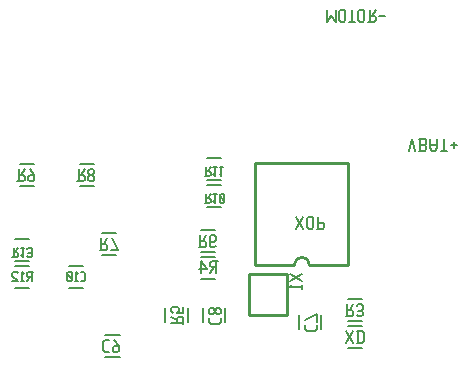
<source format=gbo>
G04 start of page 8 for group -4078 idx -4078 *
G04 Title: Motor regeling, bottomsilk *
G04 Creator: pcb 20140316 *
G04 CreationDate: Sun 28 Feb 2016 01:10:26 PM GMT UTC *
G04 For: thba *
G04 Format: Gerber/RS-274X *
G04 PCB-Dimensions (mil): 1970.00 1970.00 *
G04 PCB-Coordinate-Origin: lower left *
%MOIN*%
%FSLAX25Y25*%
%LNBOTTOMSILK*%
%ADD77C,0.0100*%
%ADD76C,0.0080*%
G54D76*X145000Y70000D02*X146000Y74000D01*
X147000Y70000D01*
X148200Y74000D02*X150200D01*
X150700Y73500D01*
Y72300D02*Y73500D01*
X150200Y71800D02*X150700Y72300D01*
X148700Y71800D02*X150200D01*
X148700Y70000D02*Y74000D01*
X148200Y70000D02*X150200D01*
X150700Y70500D01*
Y71300D01*
X150200Y71800D02*X150700Y71300D01*
X151900Y71000D02*Y74000D01*
Y71000D02*X152600Y70000D01*
X153700D01*
X154400Y71000D01*
Y74000D01*
X151900Y72000D02*X154400D01*
X155600Y70000D02*X157600D01*
X156600D02*Y74000D01*
X158800Y72000D02*X160800D01*
X159800Y71000D02*Y73000D01*
X117500Y113000D02*Y117000D01*
Y113000D02*X119000Y115000D01*
X120500Y113000D01*
Y117000D01*
X121700Y113500D02*Y116500D01*
Y113500D02*X122200Y113000D01*
X123200D01*
X123700Y113500D01*
Y116500D01*
X123200Y117000D02*X123700Y116500D01*
X122200Y117000D02*X123200D01*
X121700Y116500D02*X122200Y117000D01*
X124900Y113000D02*X126900D01*
X125900D02*Y117000D01*
X128100Y113500D02*Y116500D01*
Y113500D02*X128600Y113000D01*
X129600D01*
X130100Y113500D01*
Y116500D01*
X129600Y117000D02*X130100Y116500D01*
X128600Y117000D02*X129600D01*
X128100Y116500D02*X128600Y117000D01*
X131300Y113000D02*X133300D01*
X133800Y113500D01*
Y114500D01*
X133300Y115000D02*X133800Y114500D01*
X131800Y115000D02*X133300D01*
X131800Y113000D02*Y117000D01*
X132600Y115000D02*X133800Y117000D01*
X135000Y115000D02*X137000D01*
G54D77*X104300Y29095D02*Y15195D01*
X91500D02*X104300D01*
X91500Y29095D02*Y15195D01*
Y29095D02*X104300D01*
G54D76*X124638Y13260D02*X129362D01*
X124638Y20740D02*X129362D01*
G54D77*X93750Y32000D02*Y66000D01*
X124750D01*
Y32000D01*
X93750D02*X106750D01*
X124750D02*X111750D01*
G75*G03X106750Y32000I-2500J0D01*G01*
G54D76*X124638Y4260D02*X129362D01*
X124638Y11740D02*X129362D01*
X115740Y15362D02*Y10638D01*
X108260Y15362D02*Y10638D01*
X71240Y17767D02*Y13043D01*
X63760Y17767D02*Y13043D01*
X83740Y17767D02*Y13043D01*
X76260Y17767D02*Y13043D01*
X13638Y31740D02*X18362D01*
X13638Y24260D02*X18362D01*
X31638Y31740D02*X36362D01*
X31638Y24260D02*X36362D01*
X43733Y1260D02*X48457D01*
X43733Y8740D02*X48457D01*
X77638Y60260D02*X82362D01*
X77638Y67740D02*X82362D01*
X42638Y35260D02*X47362D01*
X42638Y42740D02*X47362D01*
X15138Y58260D02*X19862D01*
X15138Y65740D02*X19862D01*
X35138Y58260D02*X39862D01*
X35138Y65740D02*X39862D01*
X75638Y36260D02*X80362D01*
X75638Y43740D02*X80362D01*
X13543Y33260D02*X18267D01*
X13543Y40740D02*X18267D01*
X75638Y34740D02*X80362D01*
X75638Y27260D02*X80362D01*
X77638Y51260D02*X82362D01*
X77638Y58740D02*X82362D01*
X109300Y29095D02*X105300Y26595D01*
Y29095D02*X109300Y26595D01*
X106100Y25395D02*X105300Y24595D01*
X109300D01*
Y23895D02*Y25395D01*
X123850Y14850D02*X125850D01*
X126350Y15350D01*
Y16350D01*
X125850Y16850D02*X126350Y16350D01*
X124350Y16850D02*X125850D01*
X124350Y14850D02*Y18850D01*
X125150Y16850D02*X126350Y18850D01*
X127550Y15350D02*X128050Y14850D01*
X129050D01*
X129550Y15350D01*
X129050Y18850D02*X129550Y18350D01*
X128050Y18850D02*X129050D01*
X127550Y18350D02*X128050Y18850D01*
Y16650D02*X129050D01*
X129550Y15350D02*Y16150D01*
Y17150D02*Y18350D01*
Y17150D02*X129050Y16650D01*
X129550Y16150D02*X129050Y16650D01*
X123850Y9850D02*X126350Y5850D01*
X123850D02*X126350Y9850D01*
X128050Y5850D02*Y9850D01*
X129350Y5850D02*X130050Y6550D01*
Y9150D01*
X129350Y9850D02*X130050Y9150D01*
X127550Y9850D02*X129350D01*
X127550Y5850D02*X129350D01*
X110150Y10550D02*Y11850D01*
X110850Y9850D02*X110150Y10550D01*
X110850Y9850D02*X113450D01*
X114150Y10550D01*
Y11850D01*
X110150Y13550D02*X114150Y15550D01*
Y13050D02*Y15550D01*
X107250Y48000D02*X109750Y44000D01*
X107250D02*X109750Y48000D01*
X110950Y44500D02*Y47500D01*
Y44500D02*X111450Y44000D01*
X112450D01*
X112950Y44500D01*
Y47500D01*
X112450Y48000D02*X112950Y47500D01*
X111450Y48000D02*X112450D01*
X110950Y47500D02*X111450Y48000D01*
X114650Y44000D02*Y48000D01*
X114150Y44000D02*X116150D01*
X116650Y44500D01*
Y45500D01*
X116150Y46000D02*X116650Y45500D01*
X114650Y46000D02*X116150D01*
X69650Y12255D02*Y14255D01*
X69150Y14755D01*
X68150D02*X69150D01*
X67650Y14255D02*X68150Y14755D01*
X67650Y12755D02*Y14255D01*
X65650Y12755D02*X69650D01*
X67650Y13555D02*X65650Y14755D01*
X69650Y15955D02*Y17955D01*
X67650Y15955D02*X69650D01*
X67650D02*X68150Y16455D01*
Y17455D01*
X67650Y17955D01*
X66150D02*X67650D01*
X65650Y17455D02*X66150Y17955D01*
X65650Y16455D02*Y17455D01*
X66150Y15955D02*X65650Y16455D01*
X78150Y12955D02*Y14255D01*
X78850Y12255D02*X78150Y12955D01*
X78850Y12255D02*X81450D01*
X82150Y12955D01*
Y14255D01*
X78650Y15455D02*X78150Y15955D01*
X78650Y15455D02*X79450D01*
X80150Y16155D01*
Y16755D01*
X79450Y17455D01*
X78650D02*X79450D01*
X78150Y16955D02*X78650Y17455D01*
X78150Y15955D02*Y16955D01*
X80850Y15455D02*X80150Y16155D01*
X80850Y15455D02*X81650D01*
X82150Y15955D01*
Y16955D01*
X81650Y17455D01*
X80850D02*X81650D01*
X80150Y16755D02*X80850Y17455D01*
X41850Y36850D02*X43850D01*
X44350Y37350D01*
Y38350D01*
X43850Y38850D02*X44350Y38350D01*
X42350Y38850D02*X43850D01*
X42350Y36850D02*Y40850D01*
X43150Y38850D02*X44350Y40850D01*
X46050D02*X48050Y36850D01*
X45550D02*X48050D01*
X79150Y33150D02*X81150D01*
X79150D02*X78650Y32650D01*
Y31650D02*Y32650D01*
X79150Y31150D02*X78650Y31650D01*
X79150Y31150D02*X80650D01*
Y29150D02*Y33150D01*
X79850Y31150D02*X78650Y29150D01*
X77450Y30650D02*X75450Y33150D01*
X74950Y30650D02*X77450D01*
X75450Y29150D02*Y33150D01*
X43645Y6850D02*X44945D01*
X42945Y6150D02*X43645Y6850D01*
X42945Y3550D02*Y6150D01*
Y3550D02*X43645Y2850D01*
X44945D01*
X46645Y6850D02*X48145Y4850D01*
Y3350D02*Y4850D01*
X47645Y2850D02*X48145Y3350D01*
X46645Y2850D02*X47645D01*
X46145Y3350D02*X46645Y2850D01*
X46145Y3350D02*Y4350D01*
X46645Y4850D01*
X48145D01*
X14350Y59850D02*X16350D01*
X16850Y60350D01*
Y61350D01*
X16350Y61850D02*X16850Y61350D01*
X14850Y61850D02*X16350D01*
X14850Y59850D02*Y63850D01*
X15650Y61850D02*X16850Y63850D01*
X18550D02*X20050Y61850D01*
Y60350D02*Y61850D01*
X19550Y59850D02*X20050Y60350D01*
X18550Y59850D02*X19550D01*
X18050Y60350D02*X18550Y59850D01*
X18050Y60350D02*Y61350D01*
X18550Y61850D01*
X20050D01*
X34350Y59850D02*X36350D01*
X36850Y60350D01*
Y61350D01*
X36350Y61850D02*X36850Y61350D01*
X34850Y61850D02*X36350D01*
X34850Y59850D02*Y63850D01*
X35650Y61850D02*X36850Y63850D01*
X38050Y63350D02*X38550Y63850D01*
X38050Y62550D02*Y63350D01*
Y62550D02*X38750Y61850D01*
X39350D01*
X40050Y62550D01*
Y63350D01*
X39550Y63850D02*X40050Y63350D01*
X38550Y63850D02*X39550D01*
X38050Y61150D02*X38750Y61850D01*
X38050Y60350D02*Y61150D01*
Y60350D02*X38550Y59850D01*
X39550D01*
X40050Y60350D01*
Y61150D01*
X39350Y61850D02*X40050Y61150D01*
X76850Y61620D02*X78390D01*
X78775Y62005D01*
Y62775D01*
X78390Y63160D02*X78775Y62775D01*
X77235Y63160D02*X78390D01*
X77235Y61620D02*Y64700D01*
X77851Y63160D02*X78775Y64700D01*
X79699Y62236D02*X80315Y61620D01*
Y64700D01*
X79699D02*X80854D01*
X81778Y62236D02*X82394Y61620D01*
Y64700D01*
X81778D02*X82933D01*
X17976Y29525D02*X19496D01*
X17976D02*X17596Y29145D01*
Y28385D02*Y29145D01*
X17976Y28005D02*X17596Y28385D01*
X17976Y28005D02*X19116D01*
Y26485D02*Y29525D01*
X18508Y28005D02*X17596Y26485D01*
X16684Y28917D02*X16076Y29525D01*
Y26485D02*Y29525D01*
X15544Y26485D02*X16684D01*
X14632Y29145D02*X14252Y29525D01*
X13112D02*X14252D01*
X13112D02*X12732Y29145D01*
Y28385D02*Y29145D01*
X14632Y26485D02*X12732Y28385D01*
Y26485D02*X14632D01*
X35524Y26522D02*X36525D01*
X37064Y27061D02*X36525Y26522D01*
X37064Y27061D02*Y29063D01*
X36525Y29602D01*
X35524D02*X36525D01*
X34600Y28986D02*X33984Y29602D01*
Y26522D02*Y29602D01*
X33445Y26522D02*X34600D01*
X32521Y26907D02*X32136Y26522D01*
X32521Y26907D02*Y29217D01*
X32136Y29602D01*
X31366D02*X32136D01*
X31366D02*X30981Y29217D01*
Y26907D02*Y29217D01*
X31366Y26522D02*X30981Y26907D01*
X31366Y26522D02*X32136D01*
X32521Y27292D02*X30981Y28832D01*
X12755Y34620D02*X14295D01*
X14680Y35005D01*
Y35775D01*
X14295Y36160D02*X14680Y35775D01*
X13140Y36160D02*X14295D01*
X13140Y34620D02*Y37700D01*
X13756Y36160D02*X14680Y37700D01*
X15604Y35236D02*X16220Y34620D01*
Y37700D01*
X15604D02*X16759D01*
X17683Y35005D02*X18068Y34620D01*
X18838D01*
X19223Y35005D01*
X18838Y37700D02*X19223Y37315D01*
X18068Y37700D02*X18838D01*
X17683Y37315D02*X18068Y37700D01*
Y36006D02*X18838D01*
X19223Y35005D02*Y35621D01*
Y36391D02*Y37315D01*
Y36391D02*X18838Y36006D01*
X19223Y35621D02*X18838Y36006D01*
X74850Y37850D02*X76850D01*
X77350Y38350D01*
Y39350D01*
X76850Y39850D02*X77350Y39350D01*
X75350Y39850D02*X76850D01*
X75350Y37850D02*Y41850D01*
X76150Y39850D02*X77350Y41850D01*
X80050Y37850D02*X80550Y38350D01*
X79050Y37850D02*X80050D01*
X78550Y38350D02*X79050Y37850D01*
X78550Y38350D02*Y41350D01*
X79050Y41850D01*
X80050Y39650D02*X80550Y40150D01*
X78550Y39650D02*X80050D01*
X79050Y41850D02*X80050D01*
X80550Y41350D01*
Y40150D02*Y41350D01*
X76850Y52620D02*X78390D01*
X78775Y53005D01*
Y53775D01*
X78390Y54160D02*X78775Y53775D01*
X77235Y54160D02*X78390D01*
X77235Y52620D02*Y55700D01*
X77851Y54160D02*X78775Y55700D01*
X79699Y53236D02*X80315Y52620D01*
Y55700D01*
X79699D02*X80854D01*
X81778Y55315D02*X82163Y55700D01*
X81778Y53005D02*Y55315D01*
Y53005D02*X82163Y52620D01*
X82933D01*
X83318Y53005D01*
Y55315D01*
X82933Y55700D02*X83318Y55315D01*
X82163Y55700D02*X82933D01*
X81778Y54930D02*X83318Y53390D01*
M02*

</source>
